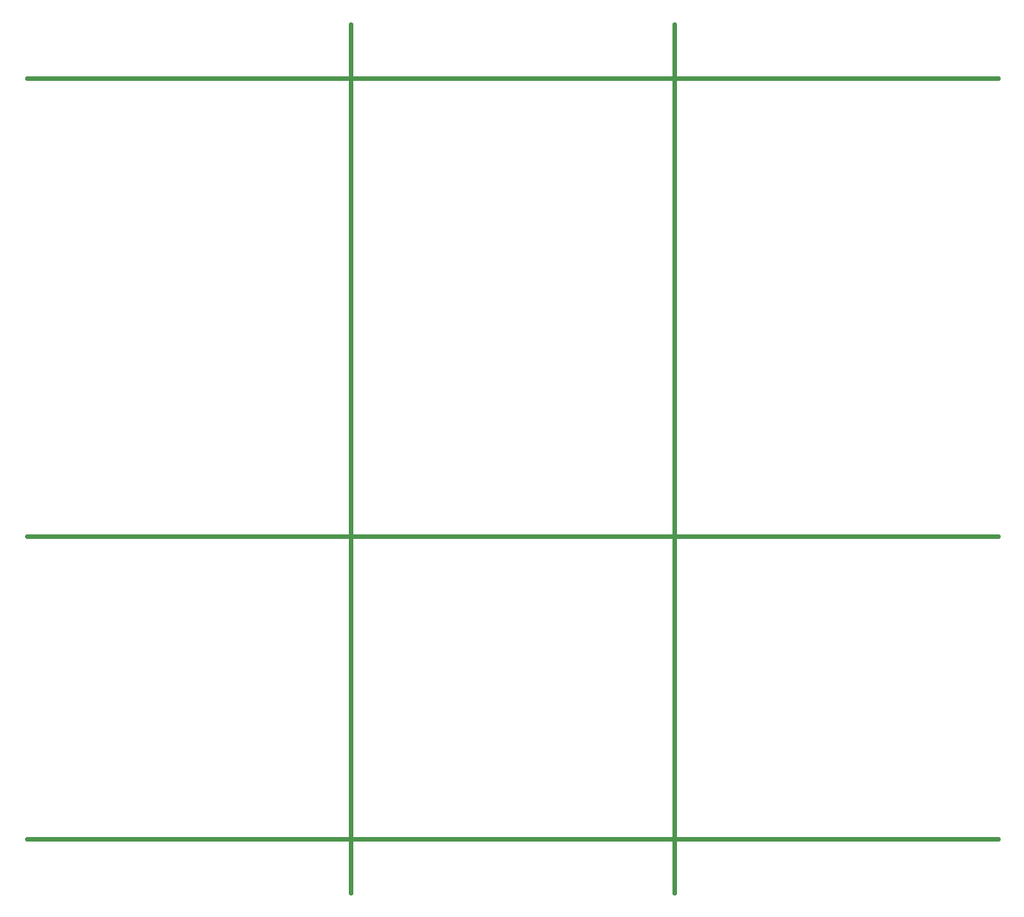
<source format=gm1>
G75*
%MOIN*%
%OFA0B0*%
%FSLAX24Y24*%
%IPPOS*%
%LPD*%
%AMOC8*
5,1,8,0,0,1.08239X$1,22.5*
%
%ADD10C,0.0160*%
D10*
X000260Y002180D02*
X036260Y002180D01*
X024260Y000180D02*
X024260Y032430D01*
X012260Y032430D02*
X012260Y000180D01*
X000260Y013430D02*
X036260Y013430D01*
X036260Y030430D02*
X000260Y030430D01*
M02*

</source>
